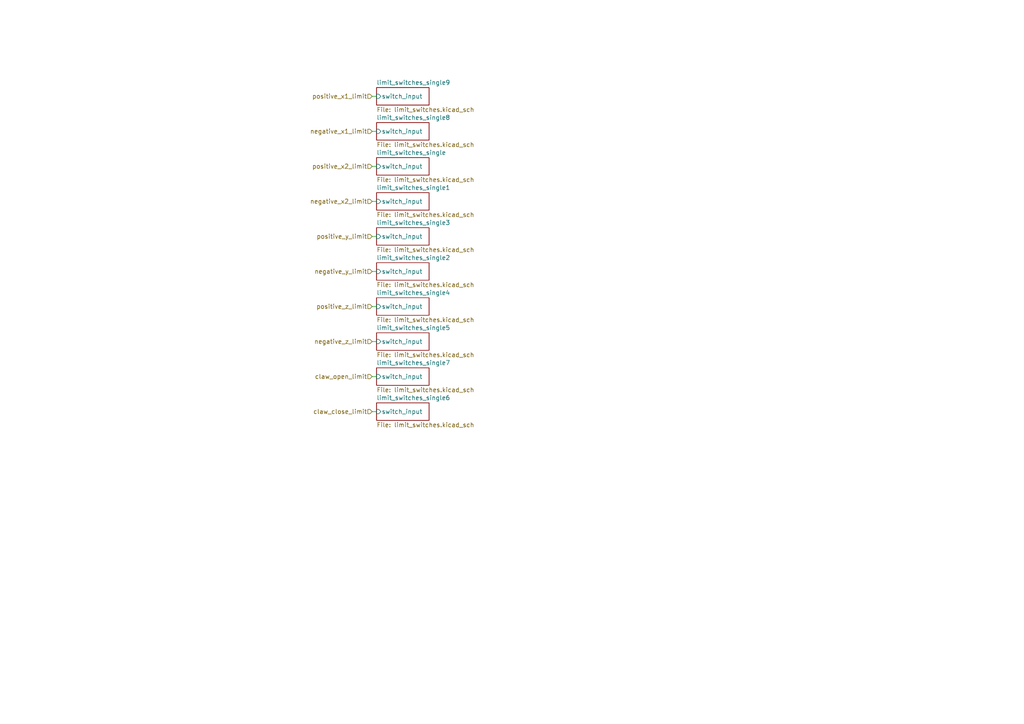
<source format=kicad_sch>
(kicad_sch (version 20230121) (generator eeschema)
  (paper "A4")
  (lib_symbols)
  (wire (pts (xy 107.95 99.06) (xy 109.22 99.06)))
  (wire (pts (xy 107.95 38.1) (xy 109.22 38.1)))
  (wire (pts (xy 107.95 109.22) (xy 109.22 109.22)))
  (wire (pts (xy 107.95 48.26) (xy 109.22 48.26)))
  (wire (pts (xy 107.95 88.9) (xy 109.22 88.9)))
  (wire (pts (xy 107.95 78.74) (xy 109.22 78.74)))
  (wire (pts (xy 107.95 27.94) (xy 109.22 27.94)))
  (wire (pts (xy 107.95 68.58) (xy 109.22 68.58)))
  (wire (pts (xy 107.95 58.42) (xy 109.22 58.42)))
  (wire (pts (xy 107.95 119.38) (xy 109.22 119.38)))
  (hierarchical_label "negative_x2_limit" (shape input) (at 107.95 58.42 180))
  (hierarchical_label "negative_x1_limit" (shape input) (at 107.95 38.1 180))
  (hierarchical_label "claw_open_limit" (shape input) (at 107.95 109.22 180))
  (hierarchical_label "claw_close_limit" (shape input) (at 107.95 119.38 180))
  (hierarchical_label "positive_z_limit" (shape input) (at 107.95 88.9 180))
  (hierarchical_label "negative_y_limit" (shape input) (at 107.95 78.74 180))
  (hierarchical_label "positive_y_limit" (shape input) (at 107.95 68.58 180))
  (hierarchical_label "negative_z_limit" (shape input) (at 107.95 99.06 180))
  (hierarchical_label "positive_x1_limit" (shape input) (at 107.95 27.94 180))
  (hierarchical_label "positive_x2_limit" (shape input) (at 107.95 48.26 180))
  (sheet (at 109.22 25.4) (size 15.24 5.08) (stroke (width 0.1524))
    (property "Sheetname" "limit_switches_single9" (at 109.22 24.6884 0) (effects (justify left bottom)))
    (property "Sheetfile" "limit_switches.kicad_sch" (at 109.22 31.0646 0) (effects (justify left top)))
    (pin "switch_input" input (at 109.22 27.94 180))
  )
  (sheet (at 109.22 66.04) (size 15.24 5.08) (stroke (width 0.1524))
    (property "Sheetname" "limit_switches_single3" (at 109.22 65.3284 0) (effects (justify left bottom)))
    (property "Sheetfile" "limit_switches.kicad_sch" (at 109.22 71.7046 0) (effects (justify left top)))
    (pin "switch_input" input (at 109.22 68.58 180))
  )
  (sheet (at 109.22 106.68) (size 15.24 5.08) (stroke (width 0.1524))
    (property "Sheetname" "limit_switches_single7" (at 109.22 105.9684 0) (effects (justify left bottom)))
    (property "Sheetfile" "limit_switches.kicad_sch" (at 109.22 112.3446 0) (effects (justify left top)))
    (pin "switch_input" input (at 109.22 109.22 180))
  )
  (sheet (at 109.22 116.84) (size 15.24 5.08) (stroke (width 0.1524))
    (property "Sheetname" "limit_switches_single6" (at 109.22 116.1284 0) (effects (justify left bottom)))
    (property "Sheetfile" "limit_switches.kicad_sch" (at 109.22 122.5046 0) (effects (justify left top)))
    (pin "switch_input" input (at 109.22 119.38 180))
  )
  (sheet (at 109.22 96.52) (size 15.24 5.08) (stroke (width 0.1524))
    (property "Sheetname" "limit_switches_single5" (at 109.22 95.8084 0) (effects (justify left bottom)))
    (property "Sheetfile" "limit_switches.kicad_sch" (at 109.22 102.1846 0) (effects (justify left top)))
    (pin "switch_input" input (at 109.22 99.06 180))
  )
  (sheet (at 109.22 86.36) (size 15.24 5.08) (stroke (width 0.1524))
    (property "Sheetname" "limit_switches_single4" (at 109.22 85.6484 0) (effects (justify left bottom)))
    (property "Sheetfile" "limit_switches.kicad_sch" (at 109.22 92.0246 0) (effects (justify left top)))
    (pin "switch_input" input (at 109.22 88.9 180))
  )
  (sheet (at 109.22 45.72) (size 15.24 5.08) (stroke (width 0.1524))
    (property "Sheetname" "limit_switches_single" (at 109.22 45.0084 0) (effects (justify left bottom)))
    (property "Sheetfile" "limit_switches.kicad_sch" (at 109.22 51.3846 0) (effects (justify left top)))
    (pin "switch_input" input (at 109.22 48.26 180))
  )
  (sheet (at 109.22 35.56) (size 15.24 5.08) (stroke (width 0.1524))
    (property "Sheetname" "limit_switches_single8" (at 109.22 34.8484 0) (effects (justify left bottom)))
    (property "Sheetfile" "limit_switches.kicad_sch" (at 109.22 41.2246 0) (effects (justify left top)))
    (pin "switch_input" input (at 109.22 38.1 180))
  )
  (sheet (at 109.22 55.88) (size 15.24 5.08) (stroke (width 0.1524))
    (property "Sheetname" "limit_switches_single1" (at 109.22 55.1684 0) (effects (justify left bottom)))
    (property "Sheetfile" "limit_switches.kicad_sch" (at 109.22 61.5446 0) (effects (justify left top)))
    (pin "switch_input" input (at 109.22 58.42 180))
  )
  (sheet (at 109.22 76.2) (size 15.24 5.08) (stroke (width 0.1524))
    (property "Sheetname" "limit_switches_single2" (at 109.22 75.4884 0) (effects (justify left bottom)))
    (property "Sheetfile" "limit_switches.kicad_sch" (at 109.22 81.8646 0) (effects (justify left top)))
    (pin "switch_input" input (at 109.22 78.74 180))
  )
)
</source>
